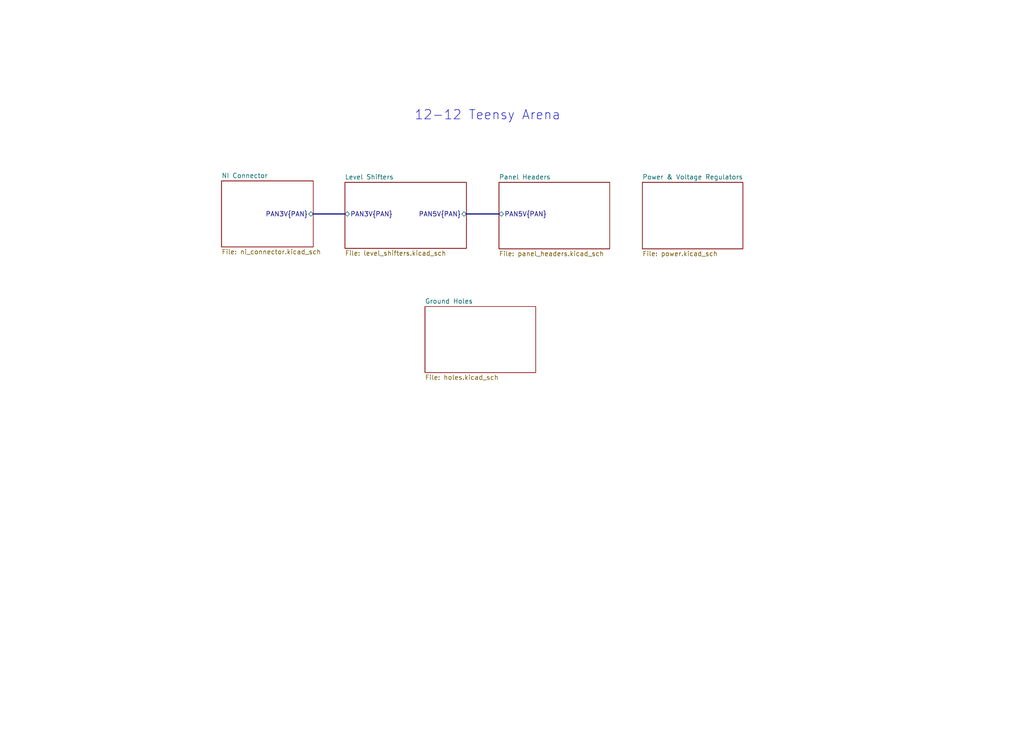
<source format=kicad_sch>
(kicad_sch (version 20230121) (generator eeschema)
  (paper "User" 279.4 203.2)
  (title_block (date "11 jun 2015"))
  (lib_symbols)
  (bus_alias "POW" (members "5V_HDR_1" "5V_HDR_2" "5V_HDR_3" "5V_HDR_4" "5V_HDR_5" "5V_HDR_6" "5V_HDR_7" "5V_HDR_8" "5V_HDR_9" "5V_HDR_10" "5V_HDR_11" "5V_HDR_12"))
  (bus (pts (xy 127.254 58.42) (xy 136.144 58.42)))
  (bus (pts (xy 85.471 58.42) (xy 94.107 58.42)))
  (text "12-12 Teensy Arena" (at 113.03 33.02 0) (effects (font (size 2.54 2.54)) (justify left bottom)))
  (sheet (at 94.107 49.784) (size 33.147 18.034) (stroke (width 0.1524))
    (property "Sheetname" "Level Shifters" (at 94.107 49.0724 0) (effects (justify left bottom)))
    (property "Sheetfile" "level_shifters.kicad_sch" (at 94.107 68.4026 0) (effects (justify left top)))
    (pin "PAN5V{PAN}" bidirectional (at 127.254 58.42 0))
    (pin "PAN3V{PAN}" bidirectional (at 94.107 58.42 180))
  )
  (sheet (at 175.26 49.784) (size 27.432 18.161) (stroke (width 0.1524))
    (property "Sheetname" "Power & Voltage Regulators" (at 175.26 49.0724 0) (effects (justify left bottom)))
    (property "Sheetfile" "power.kicad_sch" (at 175.26 68.5296 0) (effects (justify left top)))
  )
  (sheet (at 115.951 83.693) (size 30.226 18.034) (stroke (width 0.1524))
    (property "Sheetname" "Ground Holes" (at 115.951 82.9814 0) (effects (justify left bottom)))
    (property "Sheetfile" "holes.kicad_sch" (at 115.951 102.3116 0) (effects (justify left top)))
  )
  (sheet (at 136.144 49.784) (size 30.226 18.161) (stroke (width 0.1524))
    (property "Sheetname" "Panel Headers" (at 136.144 49.0724 0) (effects (justify left bottom)))
    (property "Sheetfile" "panel_headers.kicad_sch" (at 136.144 68.5296 0) (effects (justify left top)))
    (pin "PAN5V{PAN}" bidirectional (at 136.144 58.42 180))
  )
  (sheet (at 60.452 49.403) (size 25.019 18.034) (stroke (width 0.1524))
    (property "Sheetname" "NI Connector" (at 60.452 48.6914 0) (effects (justify left bottom)))
    (property "Sheetfile" "ni_connector.kicad_sch" (at 60.452 68.0216 0) (effects (justify left top)))
    (pin "PAN3V{PAN}" bidirectional (at 85.471 58.42 0))
  )
)
</source>
